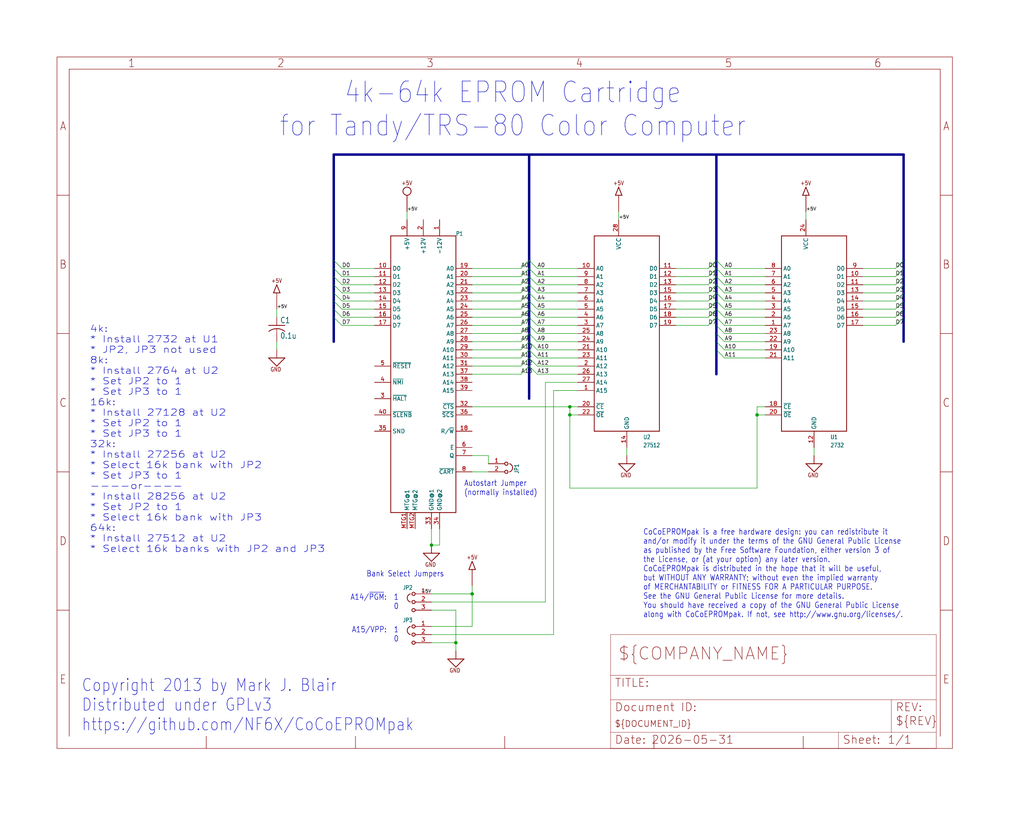
<source format=kicad_sch>
(kicad_sch (version 20230121) (generator eeschema)
  (paper "User" 319.507 254.127)
  (lib_symbols
    (symbol "CoCoEPROMpak-eagle-import:+5V_ARROW" (power)
      (symbol "+5V_ARROW_1_0"
        (polyline (pts (xy -1.016 0) (xy 1.016 0)) (stroke (width 0.254)))
        (polyline (pts (xy 0 2.54) (xy -1.016 0)) (stroke (width 0.254)))
        (polyline (pts (xy 1.016 0) (xy 0 2.54)) (stroke (width 0.254)))
        (text "+5V" (at -1.778 3.048 0) (effects (font (size 1.27 1.0795)) (justify left bottom)))
        (pin power_in line (at 0 -5.08 90) (length 5.08) (name "+5V") (number "1"))
      )
    )
    (symbol "CoCoEPROMpak-eagle-import:+5V_CIRCLE" (power)
      (symbol "+5V_CIRCLE_1_0"
        (circle (center 0 1.27) (radius 1.27) (stroke (width 0.254)))
        (text "+5V" (at -1.778 3.048 0) (effects (font (size 1.27 1.0795)) (justify left bottom)))
        (pin power_in line (at 0 -5.08 90) (length 5.08) (name "+5V") (number "1"))
      )
    )
    (symbol "CoCoEPROMpak-eagle-import:2732"
      (property "Reference" "U" (at 5.08 -33.02 0))
      (symbol "2732_1_0"
        (polyline (pts (xy -10.16 -30.48) (xy 10.16 -30.48)) (stroke (width 0.254)))
        (polyline (pts (xy -10.16 30.48) (xy -10.16 -30.48)) (stroke (width 0.254)))
        (polyline (pts (xy 10.16 -30.48) (xy 10.16 30.48)) (stroke (width 0.254)))
        (polyline (pts (xy 10.16 30.48) (xy -10.16 30.48)) (stroke (width 0.254)))
        (pin input line (at -15.24 2.54 0) (length 5.08) (name "A7") (number "1"))
        (pin output line (at 15.24 17.78 180) (length 5.08) (name "D1") (number "10"))
        (pin output line (at 15.24 15.24 180) (length 5.08) (name "D2") (number "11"))
        (pin passive line (at 0 -35.56 90) (length 5.08) (name "GND") (number "12"))
        (pin output line (at 15.24 12.7 180) (length 5.08) (name "D3") (number "13"))
        (pin output line (at 15.24 10.16 180) (length 5.08) (name "D4") (number "14"))
        (pin output line (at 15.24 7.62 180) (length 5.08) (name "D5") (number "15"))
        (pin output line (at 15.24 5.08 180) (length 5.08) (name "D6") (number "16"))
        (pin output line (at 15.24 2.54 180) (length 5.08) (name "D7") (number "17"))
        (pin input line (at -15.24 -22.86 0) (length 5.08) (name "~{CE}") (number "18"))
        (pin input line (at -15.24 -5.08 0) (length 5.08) (name "A10") (number "19"))
        (pin input line (at -15.24 5.08 0) (length 5.08) (name "A6") (number "2"))
        (pin input line (at -15.24 -25.4 0) (length 5.08) (name "~{OE}") (number "20"))
        (pin input line (at -15.24 -7.62 0) (length 5.08) (name "A11") (number "21"))
        (pin input line (at -15.24 -2.54 0) (length 5.08) (name "A9") (number "22"))
        (pin input line (at -15.24 0 0) (length 5.08) (name "A8") (number "23"))
        (pin passive line (at -2.54 35.56 270) (length 5.08) (name "VCC") (number "24"))
        (pin input line (at -15.24 7.62 0) (length 5.08) (name "A5") (number "3"))
        (pin input line (at -15.24 10.16 0) (length 5.08) (name "A4") (number "4"))
        (pin input line (at -15.24 12.7 0) (length 5.08) (name "A3") (number "5"))
        (pin input line (at -15.24 15.24 0) (length 5.08) (name "A2") (number "6"))
        (pin input line (at -15.24 17.78 0) (length 5.08) (name "A1") (number "7"))
        (pin input line (at -15.24 20.32 0) (length 5.08) (name "A0") (number "8"))
        (pin output line (at 15.24 20.32 180) (length 5.08) (name "D0") (number "9"))
      )
    )
    (symbol "CoCoEPROMpak-eagle-import:27512"
      (property "Reference" "U" (at 5.08 -33.02 0))
      (symbol "27512_1_0"
        (polyline (pts (xy -10.16 -30.48) (xy 10.16 -30.48)) (stroke (width 0.254)))
        (polyline (pts (xy -10.16 30.48) (xy -10.16 -30.48)) (stroke (width 0.254)))
        (polyline (pts (xy 10.16 -30.48) (xy 10.16 30.48)) (stroke (width 0.254)))
        (polyline (pts (xy 10.16 30.48) (xy -10.16 30.48)) (stroke (width 0.254)))
        (pin input line (at -15.24 -17.78 0) (length 5.08) (name "A15") (number "1"))
        (pin input line (at -15.24 20.32 0) (length 5.08) (name "A0") (number "10"))
        (pin output line (at 15.24 20.32 180) (length 5.08) (name "D0") (number "11"))
        (pin output line (at 15.24 17.78 180) (length 5.08) (name "D1") (number "12"))
        (pin output line (at 15.24 15.24 180) (length 5.08) (name "D2") (number "13"))
        (pin passive line (at 0 -35.56 90) (length 5.08) (name "GND") (number "14"))
        (pin output line (at 15.24 12.7 180) (length 5.08) (name "D3") (number "15"))
        (pin output line (at 15.24 10.16 180) (length 5.08) (name "D4") (number "16"))
        (pin output line (at 15.24 7.62 180) (length 5.08) (name "D5") (number "17"))
        (pin output line (at 15.24 5.08 180) (length 5.08) (name "D6") (number "18"))
        (pin output line (at 15.24 2.54 180) (length 5.08) (name "D7") (number "19"))
        (pin input line (at -15.24 -10.16 0) (length 5.08) (name "A12") (number "2"))
        (pin input line (at -15.24 -22.86 0) (length 5.08) (name "~{CE}") (number "20"))
        (pin input line (at -15.24 -5.08 0) (length 5.08) (name "A10") (number "21"))
        (pin input line (at -15.24 -25.4 0) (length 5.08) (name "~{OE}") (number "22"))
        (pin input line (at -15.24 -7.62 0) (length 5.08) (name "A11") (number "23"))
        (pin input line (at -15.24 -2.54 0) (length 5.08) (name "A9") (number "24"))
        (pin input line (at -15.24 0 0) (length 5.08) (name "A8") (number "25"))
        (pin input line (at -15.24 -12.7 0) (length 5.08) (name "A13") (number "26"))
        (pin input line (at -15.24 -15.24 0) (length 5.08) (name "A14") (number "27"))
        (pin passive line (at -2.54 35.56 270) (length 5.08) (name "VCC") (number "28"))
        (pin input line (at -15.24 2.54 0) (length 5.08) (name "A7") (number "3"))
        (pin input line (at -15.24 5.08 0) (length 5.08) (name "A6") (number "4"))
        (pin input line (at -15.24 7.62 0) (length 5.08) (name "A5") (number "5"))
        (pin input line (at -15.24 10.16 0) (length 5.08) (name "A4") (number "6"))
        (pin input line (at -15.24 12.7 0) (length 5.08) (name "A3") (number "7"))
        (pin input line (at -15.24 15.24 0) (length 5.08) (name "A2") (number "8"))
        (pin input line (at -15.24 17.78 0) (length 5.08) (name "A1") (number "9"))
      )
    )
    (symbol "CoCoEPROMpak-eagle-import:ANSI_A"
      (symbol "ANSI_A_1_0"
        (polyline (pts (xy 0 43.18) (xy 3.81 43.18)))
        (polyline (pts (xy 0 86.36) (xy 3.81 86.36)))
        (polyline (pts (xy 0 129.54) (xy 3.81 129.54)))
        (polyline (pts (xy 0 172.72) (xy 3.81 172.72)))
        (polyline (pts (xy 3.81 3.81) (xy 3.81 212.09)))
        (polyline (pts (xy 46.5667 0) (xy 46.5667 3.81)))
        (polyline (pts (xy 93.1333 0) (xy 93.1333 3.81)))
        (polyline (pts (xy 139.7 0) (xy 139.7 3.81)))
        (polyline (pts (xy 186.2667 0) (xy 186.2667 3.81)))
        (polyline (pts (xy 232.8333 0) (xy 232.8333 3.81)))
        (polyline (pts (xy 275.59 3.81) (xy 275.59 212.09)))
        (polyline (pts (xy 275.59 43.18) (xy 279.4 43.18)))
        (polyline (pts (xy 275.59 86.36) (xy 279.4 86.36)))
        (polyline (pts (xy 275.59 129.54) (xy 279.4 129.54)))
        (polyline (pts (xy 275.59 172.72) (xy 279.4 172.72)))
        (polyline (pts (xy 275.59 212.09) (xy 3.81 212.09)))
        (polyline (pts (xy 0 0) (xy 279.4 0) (xy 279.4 215.9) (xy 0 215.9) (xy 0 0)))
        (text "1" (at 23.2833 213.995 0) (effects (font (size 2.54 2.286))))
        (text "2" (at 69.85 213.995 0) (effects (font (size 2.54 2.286))))
        (text "3" (at 116.4167 213.995 0) (effects (font (size 2.54 2.286))))
        (text "4" (at 162.9833 213.995 0) (effects (font (size 2.54 2.286))))
        (text "5" (at 209.55 213.995 0) (effects (font (size 2.54 2.286))))
        (text "6" (at 256.1167 213.995 0) (effects (font (size 2.54 2.286))))
        (text "A" (at 1.905 194.31 0) (effects (font (size 2.54 2.286))))
        (text "A" (at 277.495 194.31 0) (effects (font (size 2.54 2.286))))
        (text "B" (at 1.905 151.13 0) (effects (font (size 2.54 2.286))))
        (text "B" (at 277.495 151.13 0) (effects (font (size 2.54 2.286))))
        (text "C" (at 1.905 107.95 0) (effects (font (size 2.54 2.286))))
        (text "C" (at 277.495 107.95 0) (effects (font (size 2.54 2.286))))
        (text "D" (at 1.905 64.77 0) (effects (font (size 2.54 2.286))))
        (text "D" (at 277.495 64.77 0) (effects (font (size 2.54 2.286))))
        (text "E" (at 1.905 21.59 0) (effects (font (size 2.54 2.286))))
        (text "E" (at 277.495 21.59 0) (effects (font (size 2.54 2.286))))
      )
      (symbol "ANSI_A_2_0"
        (polyline (pts (xy 0 0) (xy 0 5.08)) (stroke (width 0.1016)))
        (polyline (pts (xy 0 0) (xy 71.12 0)) (stroke (width 0.1016)))
        (polyline (pts (xy 0 5.08) (xy 0 15.24)) (stroke (width 0.1016)))
        (polyline (pts (xy 0 5.08) (xy 71.12 5.08)) (stroke (width 0.1016)))
        (polyline (pts (xy 0 15.24) (xy 0 22.86)) (stroke (width 0.1016)))
        (polyline (pts (xy 0 22.86) (xy 0 35.56)) (stroke (width 0.1016)))
        (polyline (pts (xy 0 22.86) (xy 101.6 22.86)) (stroke (width 0.1016)))
        (polyline (pts (xy 71.12 0) (xy 101.6 0)) (stroke (width 0.1016)))
        (polyline (pts (xy 71.12 5.08) (xy 71.12 0)) (stroke (width 0.1016)))
        (polyline (pts (xy 71.12 5.08) (xy 87.63 5.08)) (stroke (width 0.1016)))
        (polyline (pts (xy 87.63 5.08) (xy 101.6 5.08)) (stroke (width 0.1016)))
        (polyline (pts (xy 87.63 15.24) (xy 0 15.24)) (stroke (width 0.1016)))
        (polyline (pts (xy 87.63 15.24) (xy 87.63 5.08)) (stroke (width 0.1016)))
        (polyline (pts (xy 101.6 5.08) (xy 101.6 0)) (stroke (width 0.1016)))
        (polyline (pts (xy 101.6 15.24) (xy 87.63 15.24)) (stroke (width 0.1016)))
        (polyline (pts (xy 101.6 15.24) (xy 101.6 5.08)) (stroke (width 0.1016)))
        (polyline (pts (xy 101.6 22.86) (xy 101.6 15.24)) (stroke (width 0.1016)))
        (polyline (pts (xy 101.6 35.56) (xy 0 35.56)) (stroke (width 0.1016)))
        (polyline (pts (xy 101.6 35.56) (xy 101.6 22.86)) (stroke (width 0.1016)))
        (text "${#}/${##}" (at 86.36 1.27 0) (effects (font (size 2.54 2.54)) (justify left bottom)))
        (text "${COMPANY_NAME}" (at 2.286 27.432 0) (effects (font (size 3.81 3.81)) (justify left bottom)))
        (text "${CURRENT_DATE}" (at 12.7 1.27 0) (effects (font (size 2.54 2.54)) (justify left bottom)))
        (text "${DOCUMENT_ID}" (at 1.27 6.604 0) (effects (font (size 1.905 1.905)) (justify left bottom)))
        (text "${PROJECTNAME}" (at 17.78 19.05 0) (effects (font (size 2.54 2.54)) (justify left bottom)))
        (text "${REV}" (at 88.9 7.112 0) (effects (font (size 2.54 2.54)) (justify left bottom)))
        (text "Date:" (at 1.27 1.27 0) (effects (font (size 2.54 2.54)) (justify left bottom)))
        (text "Document ID:" (at 1.27 11.43 0) (effects (font (size 2.54 2.54)) (justify left bottom)))
        (text "REV:" (at 88.9 11.43 0) (effects (font (size 2.54 2.54)) (justify left bottom)))
        (text "Sheet:" (at 72.39 1.27 0) (effects (font (size 2.54 2.54)) (justify left bottom)))
        (text "TITLE:" (at 1.27 19.05 0) (effects (font (size 2.54 2.54)) (justify left bottom)))
      )
    )
    (symbol "CoCoEPROMpak-eagle-import:C-US050-025X075"
      (property "Reference" "C" (at 1.016 0.635 0))
      (symbol "C-US050-025X075_1_0"
        (arc (start 0 -1.0161) (mid -1.302 -1.2303) (end -2.4668 -1.8504) (stroke (width 0.254)))
        (polyline (pts (xy -2.54 0) (xy 2.54 0)) (stroke (width 0.254)))
        (polyline (pts (xy 0 -1.016) (xy 0 -2.54)) (stroke (width 0.1524)))
        (arc (start 2.4892 -1.8541) (mid 1.3158 -1.2194) (end 0 -1) (stroke (width 0.254)))
        (pin passive line (at 0 2.54 270) (length 2.54) (name "1") (number "1"))
        (pin passive line (at 0 -5.08 90) (length 2.54) (name "2") (number "2"))
      )
    )
    (symbol "CoCoEPROMpak-eagle-import:COCO-CART"
      (property "Reference" "P" (at 10.16 40.64 0))
      (symbol "COCO-CART_1_0"
        (polyline (pts (xy -10.16 -45.72) (xy -10.16 40.64)) (stroke (width 0.254)))
        (polyline (pts (xy -10.16 40.64) (xy 10.16 40.64)) (stroke (width 0.254)))
        (polyline (pts (xy 10.16 -45.72) (xy -10.16 -45.72)) (stroke (width 0.254)))
        (polyline (pts (xy 10.16 40.64) (xy 10.16 -45.72)) (stroke (width 0.254)))
        (pin passive line (at 5.08 45.72 270) (length 5.08) (name "-12V") (number "1"))
        (pin bidirectional line (at -15.24 30.48 0) (length 5.08) (name "D0") (number "10"))
        (pin bidirectional line (at -15.24 27.94 0) (length 5.08) (name "D1") (number "11"))
        (pin bidirectional line (at -15.24 25.4 0) (length 5.08) (name "D2") (number "12"))
        (pin bidirectional line (at -15.24 22.86 0) (length 5.08) (name "D3") (number "13"))
        (pin bidirectional line (at -15.24 20.32 0) (length 5.08) (name "D4") (number "14"))
        (pin bidirectional line (at -15.24 17.78 0) (length 5.08) (name "D5") (number "15"))
        (pin bidirectional line (at -15.24 15.24 0) (length 5.08) (name "D6") (number "16"))
        (pin bidirectional line (at -15.24 12.7 0) (length 5.08) (name "D7") (number "17"))
        (pin output line (at 15.24 -20.32 180) (length 5.08) (name "R/~{W}") (number "18"))
        (pin output line (at 15.24 30.48 180) (length 5.08) (name "A0") (number "19"))
        (pin passive line (at 0 45.72 270) (length 5.08) (name "+12V") (number "2"))
        (pin output line (at 15.24 27.94 180) (length 5.08) (name "A1") (number "20"))
        (pin output line (at 15.24 25.4 180) (length 5.08) (name "A2") (number "21"))
        (pin output line (at 15.24 22.86 180) (length 5.08) (name "A3") (number "22"))
        (pin output line (at 15.24 20.32 180) (length 5.08) (name "A4") (number "23"))
        (pin output line (at 15.24 17.78 180) (length 5.08) (name "A5") (number "24"))
        (pin output line (at 15.24 15.24 180) (length 5.08) (name "A6") (number "25"))
        (pin output line (at 15.24 12.7 180) (length 5.08) (name "A7") (number "26"))
        (pin output line (at 15.24 10.16 180) (length 5.08) (name "A8") (number "27"))
        (pin output line (at 15.24 7.62 180) (length 5.08) (name "A9") (number "28"))
        (pin output line (at 15.24 5.08 180) (length 5.08) (name "A10") (number "29"))
        (pin bidirectional line (at -15.24 -10.16 0) (length 5.08) (name "~{HALT}") (number "3"))
        (pin output line (at 15.24 2.54 180) (length 5.08) (name "A11") (number "30"))
        (pin output line (at 15.24 0 180) (length 5.08) (name "A12") (number "31"))
        (pin output line (at 15.24 -12.7 180) (length 5.08) (name "~{CTS}") (number "32"))
        (pin passive line (at 2.54 -50.8 90) (length 5.08) (name "GND@1") (number "33"))
        (pin passive line (at 5.08 -50.8 90) (length 5.08) (name "GND@2") (number "34"))
        (pin bidirectional line (at -15.24 -20.32 0) (length 5.08) (name "SND") (number "35"))
        (pin output line (at 15.24 -15.24 180) (length 5.08) (name "~{SCS}") (number "36"))
        (pin output line (at 15.24 -2.54 180) (length 5.08) (name "A13") (number "37"))
        (pin output line (at 15.24 -5.08 180) (length 5.08) (name "A14") (number "38"))
        (pin output line (at 15.24 -7.62 180) (length 5.08) (name "A15") (number "39"))
        (pin bidirectional line (at -15.24 -5.08 0) (length 5.08) (name "~{NMI}") (number "4"))
        (pin input line (at -15.24 -15.24 0) (length 5.08) (name "~{SLENB}") (number "40"))
        (pin bidirectional line (at -15.24 0 0) (length 5.08) (name "~{RESET}") (number "5"))
        (pin output line (at 15.24 -25.4 180) (length 5.08) (name "E") (number "6"))
        (pin output line (at 15.24 -27.94 180) (length 5.08) (name "Q") (number "7"))
        (pin input line (at 15.24 -33.02 180) (length 5.08) (name "~{CART}") (number "8"))
        (pin passive line (at -5.08 45.72 270) (length 5.08) (name "+5V") (number "9"))
        (pin passive line (at -5.08 -50.8 90) (length 5.08) (name "MTG@1") (number "MTG1"))
        (pin passive line (at -2.54 -50.8 90) (length 5.08) (name "MTG@2") (number "MTG2"))
      )
    )
    (symbol "CoCoEPROMpak-eagle-import:GND" (power)
      (symbol "GND_1_0"
        (polyline (pts (xy -2.54 0) (xy 2.54 0)) (stroke (width 0.254)))
        (polyline (pts (xy 0 -2.54) (xy -2.54 0)) (stroke (width 0.254)))
        (polyline (pts (xy 2.54 0) (xy 0 -2.54)) (stroke (width 0.254)))
        (text "GND" (at -2.032 -4.318 0) (effects (font (size 1.27 1.0795)) (justify left bottom)))
        (pin power_in line (at 0 2.54 270) (length 2.54) (name "GND") (number "1"))
      )
    )
    (symbol "CoCoEPROMpak-eagle-import:JP2"
      (property "Reference" "JP" (at 0 3.048 0))
      (symbol "JP2_1_0"
        (circle (center 0 0.508) (radius 0.508) (stroke (width 0.254)))
        (circle (center 2.54 0.508) (radius 0.508) (stroke (width 0.254)))
        (arc (start 2.54 1.524) (mid 1.27 2.4689) (end 0 1.524) (stroke (width 0.254)))
        (pin passive line (at 0 -5.08 90) (length 5.08) (name "1") (number "1"))
        (pin passive line (at 2.54 -5.08 90) (length 5.08) (name "2") (number "2"))
      )
    )
    (symbol "CoCoEPROMpak-eagle-import:JP3"
      (property "Reference" "JP" (at 0 3.048 0))
      (symbol "JP3_1_0"
        (circle (center 0 0.508) (radius 0.508) (stroke (width 0.254)))
        (circle (center 2.54 0.508) (radius 0.508) (stroke (width 0.254)))
        (arc (start 2.54 1.524) (mid 1.27 2.4689) (end 0 1.524) (stroke (width 0.254)))
        (circle (center 5.08 0.508) (radius 0.508) (stroke (width 0.254)))
        (pin passive line (at 0 -5.08 90) (length 5.08) (name "1") (number "1"))
        (pin passive line (at 2.54 -5.08 90) (length 5.08) (name "2") (number "2"))
        (pin passive line (at 5.08 -5.08 90) (length 5.08) (name "3") (number "3"))
      )
    )
  )
  (junction (at 147.32 185.42))
  (junction (at 142.24 200.66))
  (junction (at 236.22 129.54))
  (junction (at 177.8 129.54))
  (junction (at 177.8 127))
  (junction (at 134.62 170.18))
  (bus_entry (at 220.98 88.9) (size 2.54 -2.54))
  (bus_entry (at 167.64 116.84) (size -2.54 -2.54))
  (bus_entry (at 220.98 83.82) (size 2.54 -2.54))
  (bus_entry (at 226.06 109.22) (size -2.54 -2.54))
  (bus_entry (at 226.06 93.98) (size -2.54 -2.54))
  (bus_entry (at 167.64 111.76) (size -2.54 -2.54))
  (bus_entry (at 226.06 106.68) (size -2.54 -2.54))
  (bus_entry (at 279.4 86.36) (size 2.54 -2.54))
  (bus_entry (at 279.4 88.9) (size 2.54 -2.54))
  (bus_entry (at 106.68 83.82) (size -2.54 -2.54))
  (bus_entry (at 167.64 83.82) (size -2.54 -2.54))
  (bus_entry (at 162.56 86.36) (size 2.54 -2.54))
  (bus_entry (at 106.68 93.98) (size -2.54 -2.54))
  (bus_entry (at 106.68 101.6) (size -2.54 -2.54))
  (bus_entry (at 220.98 86.36) (size 2.54 -2.54))
  (bus_entry (at 106.68 91.44) (size -2.54 -2.54))
  (bus_entry (at 279.4 96.52) (size 2.54 -2.54))
  (bus_entry (at 162.56 109.22) (size 2.54 -2.54))
  (bus_entry (at 167.64 104.14) (size -2.54 -2.54))
  (bus_entry (at 162.56 106.68) (size 2.54 -2.54))
  (bus_entry (at 167.64 93.98) (size -2.54 -2.54))
  (bus_entry (at 226.06 101.6) (size -2.54 -2.54))
  (bus_entry (at 226.06 91.44) (size -2.54 -2.54))
  (bus_entry (at 220.98 96.52) (size 2.54 -2.54))
  (bus_entry (at 220.98 93.98) (size 2.54 -2.54))
  (bus_entry (at 162.56 91.44) (size 2.54 -2.54))
  (bus_entry (at 279.4 101.6) (size 2.54 -2.54))
  (bus_entry (at 226.06 83.82) (size -2.54 -2.54))
  (bus_entry (at 226.06 86.36) (size -2.54 -2.54))
  (bus_entry (at 279.4 91.44) (size 2.54 -2.54))
  (bus_entry (at 279.4 99.06) (size 2.54 -2.54))
  (bus_entry (at 226.06 99.06) (size -2.54 -2.54))
  (bus_entry (at 162.56 99.06) (size 2.54 -2.54))
  (bus_entry (at 167.64 101.6) (size -2.54 -2.54))
  (bus_entry (at 279.4 93.98) (size 2.54 -2.54))
  (bus_entry (at 226.06 96.52) (size -2.54 -2.54))
  (bus_entry (at 162.56 111.76) (size 2.54 -2.54))
  (bus_entry (at 162.56 114.3) (size 2.54 -2.54))
  (bus_entry (at 106.68 86.36) (size -2.54 -2.54))
  (bus_entry (at 226.06 104.14) (size -2.54 -2.54))
  (bus_entry (at 162.56 96.52) (size 2.54 -2.54))
  (bus_entry (at 167.64 88.9) (size -2.54 -2.54))
  (bus_entry (at 106.68 96.52) (size -2.54 -2.54))
  (bus_entry (at 162.56 116.84) (size 2.54 -2.54))
  (bus_entry (at 167.64 96.52) (size -2.54 -2.54))
  (bus_entry (at 226.06 111.76) (size -2.54 -2.54))
  (bus_entry (at 167.64 91.44) (size -2.54 -2.54))
  (bus_entry (at 220.98 101.6) (size 2.54 -2.54))
  (bus_entry (at 162.56 88.9) (size 2.54 -2.54))
  (bus_entry (at 162.56 83.82) (size 2.54 -2.54))
  (bus_entry (at 162.56 101.6) (size 2.54 -2.54))
  (bus_entry (at 220.98 91.44) (size 2.54 -2.54))
  (bus_entry (at 226.06 88.9) (size -2.54 -2.54))
  (bus_entry (at 167.64 86.36) (size -2.54 -2.54))
  (bus_entry (at 162.56 93.98) (size 2.54 -2.54))
  (bus_entry (at 220.98 99.06) (size 2.54 -2.54))
  (bus_entry (at 279.4 83.82) (size 2.54 -2.54))
  (bus_entry (at 167.64 109.22) (size -2.54 -2.54))
  (bus_entry (at 167.64 99.06) (size -2.54 -2.54))
  (bus_entry (at 167.64 106.68) (size -2.54 -2.54))
  (bus_entry (at 106.68 88.9) (size -2.54 -2.54))
  (bus_entry (at 162.56 104.14) (size 2.54 -2.54))
  (bus_entry (at 167.64 114.3) (size -2.54 -2.54))
  (bus_entry (at 106.68 99.06) (size -2.54 -2.54))
  (wire (pts (xy 147.32 147.32) (xy 152.4 147.32)) (stroke (width 0.1524)))
  (bus (pts (xy 165.1 114.3) (xy 165.1 124.46)) (stroke (width 0.762)))
  (wire (pts (xy 142.24 200.66) (xy 142.24 203.2)) (stroke (width 0.1524)))
  (wire (pts (xy 269.24 91.44) (xy 279.4 91.44)) (stroke (width 0.1524)))
  (wire (pts (xy 172.72 198.12) (xy 172.72 121.92)) (stroke (width 0.1524)))
  (wire (pts (xy 180.34 99.06) (xy 167.64 99.06)) (stroke (width 0.1524)))
  (wire (pts (xy 147.32 111.76) (xy 162.56 111.76)) (stroke (width 0.1524)))
  (bus (pts (xy 223.52 81.28) (xy 223.52 83.82)) (stroke (width 0.762)))
  (wire (pts (xy 195.58 139.7) (xy 195.58 142.24)) (stroke (width 0.1524)))
  (wire (pts (xy 147.32 99.06) (xy 162.56 99.06)) (stroke (width 0.1524)))
  (bus (pts (xy 165.1 101.6) (xy 165.1 104.14)) (stroke (width 0.762)))
  (wire (pts (xy 269.24 93.98) (xy 279.4 93.98)) (stroke (width 0.1524)))
  (bus (pts (xy 104.14 81.28) (xy 104.14 48.26)) (stroke (width 0.762)))
  (wire (pts (xy 238.76 99.06) (xy 226.06 99.06)) (stroke (width 0.1524)))
  (wire (pts (xy 137.16 170.18) (xy 137.16 165.1)) (stroke (width 0.1524)))
  (wire (pts (xy 238.76 91.44) (xy 226.06 91.44)) (stroke (width 0.1524)))
  (bus (pts (xy 281.94 96.52) (xy 281.94 99.06)) (stroke (width 0.762)))
  (bus (pts (xy 165.1 91.44) (xy 165.1 93.98)) (stroke (width 0.762)))
  (wire (pts (xy 210.82 99.06) (xy 220.98 99.06)) (stroke (width 0.1524)))
  (wire (pts (xy 254 139.7) (xy 254 142.24)) (stroke (width 0.1524)))
  (wire (pts (xy 236.22 127) (xy 238.76 127)) (stroke (width 0.1524)))
  (wire (pts (xy 238.76 88.9) (xy 226.06 88.9)) (stroke (width 0.1524)))
  (bus (pts (xy 104.14 106.68) (xy 104.14 99.06)) (stroke (width 0.762)))
  (wire (pts (xy 116.84 99.06) (xy 106.68 99.06)) (stroke (width 0.1524)))
  (bus (pts (xy 104.14 86.36) (xy 104.14 83.82)) (stroke (width 0.762)))
  (wire (pts (xy 236.22 129.54) (xy 236.22 127)) (stroke (width 0.1524)))
  (wire (pts (xy 147.32 195.58) (xy 147.32 185.42)) (stroke (width 0.1524)))
  (wire (pts (xy 180.34 101.6) (xy 167.64 101.6)) (stroke (width 0.1524)))
  (wire (pts (xy 210.82 96.52) (xy 220.98 96.52)) (stroke (width 0.1524)))
  (wire (pts (xy 177.8 152.4) (xy 236.22 152.4)) (stroke (width 0.1524)))
  (wire (pts (xy 177.8 129.54) (xy 177.8 127)) (stroke (width 0.1524)))
  (wire (pts (xy 147.32 96.52) (xy 162.56 96.52)) (stroke (width 0.1524)))
  (wire (pts (xy 116.84 83.82) (xy 106.68 83.82)) (stroke (width 0.1524)))
  (bus (pts (xy 281.94 99.06) (xy 281.94 106.68)) (stroke (width 0.762)))
  (wire (pts (xy 269.24 96.52) (xy 279.4 96.52)) (stroke (width 0.1524)))
  (wire (pts (xy 177.8 129.54) (xy 177.8 152.4)) (stroke (width 0.1524)))
  (wire (pts (xy 147.32 106.68) (xy 162.56 106.68)) (stroke (width 0.1524)))
  (bus (pts (xy 104.14 96.52) (xy 104.14 93.98)) (stroke (width 0.762)))
  (bus (pts (xy 165.1 99.06) (xy 165.1 101.6)) (stroke (width 0.762)))
  (wire (pts (xy 269.24 88.9) (xy 279.4 88.9)) (stroke (width 0.1524)))
  (wire (pts (xy 210.82 88.9) (xy 220.98 88.9)) (stroke (width 0.1524)))
  (wire (pts (xy 147.32 185.42) (xy 147.32 182.88)) (stroke (width 0.1524)))
  (wire (pts (xy 210.82 83.82) (xy 220.98 83.82)) (stroke (width 0.1524)))
  (bus (pts (xy 165.1 48.26) (xy 165.1 81.28)) (stroke (width 0.762)))
  (bus (pts (xy 165.1 93.98) (xy 165.1 96.52)) (stroke (width 0.762)))
  (bus (pts (xy 165.1 109.22) (xy 165.1 111.76)) (stroke (width 0.762)))
  (bus (pts (xy 104.14 99.06) (xy 104.14 96.52)) (stroke (width 0.762)))
  (bus (pts (xy 281.94 93.98) (xy 281.94 96.52)) (stroke (width 0.762)))
  (wire (pts (xy 180.34 116.84) (xy 167.64 116.84)) (stroke (width 0.1524)))
  (wire (pts (xy 180.34 96.52) (xy 167.64 96.52)) (stroke (width 0.1524)))
  (bus (pts (xy 165.1 81.28) (xy 165.1 83.82)) (stroke (width 0.762)))
  (bus (pts (xy 281.94 91.44) (xy 281.94 93.98)) (stroke (width 0.762)))
  (bus (pts (xy 223.52 96.52) (xy 223.52 99.06)) (stroke (width 0.762)))
  (wire (pts (xy 147.32 104.14) (xy 162.56 104.14)) (stroke (width 0.1524)))
  (bus (pts (xy 165.1 48.26) (xy 223.52 48.26)) (stroke (width 0.762)))
  (wire (pts (xy 180.34 129.54) (xy 177.8 129.54)) (stroke (width 0.1524)))
  (bus (pts (xy 223.52 99.06) (xy 223.52 101.6)) (stroke (width 0.762)))
  (wire (pts (xy 210.82 93.98) (xy 220.98 93.98)) (stroke (width 0.1524)))
  (wire (pts (xy 134.62 198.12) (xy 172.72 198.12)) (stroke (width 0.1524)))
  (wire (pts (xy 147.32 91.44) (xy 162.56 91.44)) (stroke (width 0.1524)))
  (bus (pts (xy 281.94 83.82) (xy 281.94 86.36)) (stroke (width 0.762)))
  (bus (pts (xy 165.1 83.82) (xy 165.1 86.36)) (stroke (width 0.762)))
  (bus (pts (xy 223.52 93.98) (xy 223.52 96.52)) (stroke (width 0.762)))
  (wire (pts (xy 238.76 104.14) (xy 226.06 104.14)) (stroke (width 0.1524)))
  (bus (pts (xy 165.1 88.9) (xy 165.1 91.44)) (stroke (width 0.762)))
  (bus (pts (xy 223.52 104.14) (xy 223.52 106.68)) (stroke (width 0.762)))
  (wire (pts (xy 116.84 101.6) (xy 106.68 101.6)) (stroke (width 0.1524)))
  (wire (pts (xy 269.24 83.82) (xy 279.4 83.82)) (stroke (width 0.1524)))
  (wire (pts (xy 269.24 99.06) (xy 279.4 99.06)) (stroke (width 0.1524)))
  (bus (pts (xy 104.14 48.26) (xy 165.1 48.26)) (stroke (width 0.762)))
  (wire (pts (xy 210.82 101.6) (xy 220.98 101.6)) (stroke (width 0.1524)))
  (wire (pts (xy 147.32 109.22) (xy 162.56 109.22)) (stroke (width 0.1524)))
  (bus (pts (xy 165.1 106.68) (xy 165.1 109.22)) (stroke (width 0.762)))
  (wire (pts (xy 147.32 88.9) (xy 162.56 88.9)) (stroke (width 0.1524)))
  (wire (pts (xy 177.8 127) (xy 180.34 127)) (stroke (width 0.1524)))
  (wire (pts (xy 147.32 93.98) (xy 162.56 93.98)) (stroke (width 0.1524)))
  (wire (pts (xy 147.32 83.82) (xy 162.56 83.82)) (stroke (width 0.1524)))
  (wire (pts (xy 210.82 91.44) (xy 220.98 91.44)) (stroke (width 0.1524)))
  (bus (pts (xy 281.94 86.36) (xy 281.94 88.9)) (stroke (width 0.762)))
  (wire (pts (xy 86.36 96.52) (xy 86.36 99.06)) (stroke (width 0.1524)))
  (wire (pts (xy 86.36 109.22) (xy 86.36 106.68)) (stroke (width 0.1524)))
  (wire (pts (xy 147.32 116.84) (xy 162.56 116.84)) (stroke (width 0.1524)))
  (wire (pts (xy 147.32 86.36) (xy 162.56 86.36)) (stroke (width 0.1524)))
  (wire (pts (xy 170.18 187.96) (xy 170.18 119.38)) (stroke (width 0.1524)))
  (wire (pts (xy 238.76 106.68) (xy 226.06 106.68)) (stroke (width 0.1524)))
  (wire (pts (xy 193.04 68.58) (xy 193.04 66.04)) (stroke (width 0.1524)))
  (wire (pts (xy 180.34 104.14) (xy 167.64 104.14)) (stroke (width 0.1524)))
  (wire (pts (xy 116.84 93.98) (xy 106.68 93.98)) (stroke (width 0.1524)))
  (bus (pts (xy 223.52 83.82) (xy 223.52 86.36)) (stroke (width 0.762)))
  (bus (pts (xy 223.52 86.36) (xy 223.52 88.9)) (stroke (width 0.762)))
  (wire (pts (xy 134.62 170.18) (xy 137.16 170.18)) (stroke (width 0.1524)))
  (wire (pts (xy 116.84 96.52) (xy 106.68 96.52)) (stroke (width 0.1524)))
  (wire (pts (xy 269.24 101.6) (xy 279.4 101.6)) (stroke (width 0.1524)))
  (wire (pts (xy 147.32 142.24) (xy 152.4 142.24)) (stroke (width 0.1524)))
  (bus (pts (xy 104.14 91.44) (xy 104.14 88.9)) (stroke (width 0.762)))
  (wire (pts (xy 134.62 187.96) (xy 170.18 187.96)) (stroke (width 0.1524)))
  (bus (pts (xy 104.14 88.9) (xy 104.14 86.36)) (stroke (width 0.762)))
  (wire (pts (xy 180.34 91.44) (xy 167.64 91.44)) (stroke (width 0.1524)))
  (wire (pts (xy 180.34 88.9) (xy 167.64 88.9)) (stroke (width 0.1524)))
  (wire (pts (xy 180.34 93.98) (xy 167.64 93.98)) (stroke (width 0.1524)))
  (wire (pts (xy 238.76 109.22) (xy 226.06 109.22)) (stroke (width 0.1524)))
  (wire (pts (xy 147.32 114.3) (xy 162.56 114.3)) (stroke (width 0.1524)))
  (bus (pts (xy 165.1 96.52) (xy 165.1 99.06)) (stroke (width 0.762)))
  (wire (pts (xy 238.76 86.36) (xy 226.06 86.36)) (stroke (width 0.1524)))
  (wire (pts (xy 180.34 109.22) (xy 167.64 109.22)) (stroke (width 0.1524)))
  (wire (pts (xy 134.62 190.5) (xy 142.24 190.5)) (stroke (width 0.1524)))
  (wire (pts (xy 147.32 101.6) (xy 162.56 101.6)) (stroke (width 0.1524)))
  (wire (pts (xy 238.76 93.98) (xy 226.06 93.98)) (stroke (width 0.1524)))
  (wire (pts (xy 142.24 190.5) (xy 142.24 200.66)) (stroke (width 0.1524)))
  (wire (pts (xy 134.62 200.66) (xy 142.24 200.66)) (stroke (width 0.1524)))
  (wire (pts (xy 269.24 86.36) (xy 279.4 86.36)) (stroke (width 0.1524)))
  (wire (pts (xy 180.34 111.76) (xy 167.64 111.76)) (stroke (width 0.1524)))
  (wire (pts (xy 238.76 129.54) (xy 236.22 129.54)) (stroke (width 0.1524)))
  (bus (pts (xy 281.94 88.9) (xy 281.94 91.44)) (stroke (width 0.762)))
  (wire (pts (xy 238.76 83.82) (xy 226.06 83.82)) (stroke (width 0.1524)))
  (wire (pts (xy 238.76 111.76) (xy 226.06 111.76)) (stroke (width 0.1524)))
  (wire (pts (xy 251.46 66.04) (xy 251.46 68.58)) (stroke (width 0.1524)))
  (bus (pts (xy 165.1 86.36) (xy 165.1 88.9)) (stroke (width 0.762)))
  (wire (pts (xy 180.34 106.68) (xy 167.64 106.68)) (stroke (width 0.1524)))
  (wire (pts (xy 134.62 195.58) (xy 147.32 195.58)) (stroke (width 0.1524)))
  (bus (pts (xy 223.52 88.9) (xy 223.52 91.44)) (stroke (width 0.762)))
  (bus (pts (xy 281.94 48.26) (xy 281.94 81.28)) (stroke (width 0.762)))
  (bus (pts (xy 165.1 111.76) (xy 165.1 114.3)) (stroke (width 0.762)))
  (wire (pts (xy 170.18 119.38) (xy 180.34 119.38)) (stroke (width 0.1524)))
  (wire (pts (xy 172.72 121.92) (xy 180.34 121.92)) (stroke (width 0.1524)))
  (bus (pts (xy 223.52 91.44) (xy 223.52 93.98)) (stroke (width 0.762)))
  (wire (pts (xy 210.82 86.36) (xy 220.98 86.36)) (stroke (width 0.1524)))
  (bus (pts (xy 281.94 81.28) (xy 281.94 83.82)) (stroke (width 0.762)))
  (bus (pts (xy 223.52 101.6) (xy 223.52 104.14)) (stroke (width 0.762)))
  (bus (pts (xy 104.14 93.98) (xy 104.14 91.44)) (stroke (width 0.762)))
  (wire (pts (xy 152.4 142.24) (xy 152.4 144.78)) (stroke (width 0.1524)))
  (wire (pts (xy 116.84 91.44) (xy 106.68 91.44)) (stroke (width 0.1524)))
  (wire (pts (xy 238.76 96.52) (xy 226.06 96.52)) (stroke (width 0.1524)))
  (bus (pts (xy 223.52 106.68) (xy 223.52 109.22)) (stroke (width 0.762)))
  (bus (pts (xy 223.52 48.26) (xy 281.94 48.26)) (stroke (width 0.762)))
  (bus (pts (xy 223.52 48.26) (xy 223.52 81.28)) (stroke (width 0.762)))
  (bus (pts (xy 104.14 83.82) (xy 104.14 81.28)) (stroke (width 0.762)))
  (wire (pts (xy 116.84 86.36) (xy 106.68 86.36)) (stroke (width 0.1524)))
  (wire (pts (xy 180.34 86.36) (xy 167.64 86.36)) (stroke (width 0.1524)))
  (wire (pts (xy 116.84 88.9) (xy 106.68 88.9)) (stroke (width 0.1524)))
  (bus (pts (xy 223.52 109.22) (xy 223.52 116.84)) (stroke (width 0.762)))
  (wire (pts (xy 147.32 127) (xy 177.8 127)) (stroke (width 0.1524)))
  (wire (pts (xy 134.62 185.42) (xy 147.32 185.42)) (stroke (width 0.1524)))
  (wire (pts (xy 180.34 83.82) (xy 167.64 83.82)) (stroke (width 0.1524)))
  (wire (pts (xy 180.34 114.3) (xy 167.64 114.3)) (stroke (width 0.1524)))
  (wire (pts (xy 127 66.04) (xy 127 68.58)) (stroke (width 0.1524)))
  (wire (pts (xy 238.76 101.6) (xy 226.06 101.6)) (stroke (width 0.1524)))
  (wire (pts (xy 134.62 165.1) (xy 134.62 170.18)) (stroke (width 0.1524)))
  (wire (pts (xy 236.22 152.4) (xy 236.22 129.54)) (stroke (width 0.1524)))
  (bus (pts (xy 165.1 104.14) (xy 165.1 106.68)) (stroke (width 0.762)))
  (text "Bank Select Jumpers" (at 114.3 180.34 0) (effects (font (size 1.778 1.5113)) (justify left bottom)))
  (text "4k-64k EPROM Cartridge\nfor Tandy/TRS-80 Color Computer" (at 160.02 43.18 0) (effects (font (size 6.4516 5.4838)) (justify bottom)))
  (text "Autostart Jumper\n(normally installed)" (at 144.78 154.94 0) (effects (font (size 1.778 1.5113)) (justify left bottom)))
  (text "A14/~{PGM}:  1\n0" (at 124.46 190.5 0) (effects (font (size 1.778 1.5113)) (justify right bottom)))
  (text "A15/VPP:  1\n0" (at 124.46 200.66 0) (effects (font (size 1.778 1.5113)) (justify right bottom)))
  (text "Copyright 2013 by Mark J. Blair\nDistributed under GPLv3\nhttps://github.com/NF6X/CoCoEPROMpak" (at 25.4 228.6 0) (effects (font (size 3.81 3.2385)) (justify left bottom)))
  (text "CoCoEPROMpak is a free hardware design: you can redistribute it\nand/or modify it under the terms of the GNU General Public License\nas published by the Free Software Foundation, either version 3 of\nthe License, or (at your option) any later version.\nCoCoEPROMpak is distributed in the hope that it will be useful,\nbut WITHOUT ANY WARRANTY; without even the implied warranty\nof MERCHANTABILITY or FITNESS FOR A PARTICULAR PURPOSE.\nSee the GNU General Public License for more details.\nYou should have received a copy of the GNU General Public License\nalong with CoCoEPROMpak. If not, see http://www.gnu.org/licenses/." (at 200.66 193.04 0) (effects (font (size 1.778 1.5113)) (justify left bottom)))
  (text "4k:\n* Install 2732 at U1\n* JP2, JP3 not used\n8k:\n* Install 2764 at U2\n* Set JP2 to 1\n* Set JP3 to 1\n16k:\n* Install 27128 at U2\n* Set JP2 to 1\n* Set JP3 to 1\n32k:\n* Install 27256 at U2\n* Select 16k bank with JP2\n* Set JP3 to 1\n----or----\n* Install 28256 at U2\n* Set JP2 to 1\n* Select 16k bank with JP3\n64k:\n* Install 27512 at U2\n* Select 16k banks with JP2 and JP3" (at 27.94 172.72 0) (effects (font (size 2.032 2.54)) (justify left bottom)))
  (label "A7" (at 226.06 101.6 0) (effects (font (size 1.2446 1.2446))))
  (label "A9" (at 162.56 106.68 0) (effects (font (size 1.2446 1.2446))))
  (label "A5" (at 162.56 96.52 0) (effects (font (size 1.2446 1.2446))))
  (label "A11" (at 167.64 111.76 0) (effects (font (size 1.2446 1.2446))))
  (label "A6" (at 162.56 99.06 0) (effects (font (size 1.2446 1.2446))))
  (label "D5" (at 106.68 96.52 0) (effects (font (size 1.2446 1.2446))))
  (label "A6" (at 226.06 99.06 0) (effects (font (size 1.2446 1.2446))))
  (label "A1" (at 226.06 86.36 0) (effects (font (size 1.2446 1.2446))))
  (label "D7" (at 106.68 101.6 0) (effects (font (size 1.2446 1.2446))))
  (label "A13" (at 162.56 116.84 0) (effects (font (size 1.2446 1.2446))))
  (label "D2" (at 220.98 88.9 0) (effects (font (size 1.2446 1.2446))))
  (label "D7" (at 279.4 101.6 0) (effects (font (size 1.2446 1.2446))))
  (label "A6" (at 167.64 99.06 0) (effects (font (size 1.2446 1.2446))))
  (label "D3" (at 220.98 91.44 0) (effects (font (size 1.2446 1.2446))))
  (label "D5" (at 220.98 96.52 0) (effects (font (size 1.2446 1.2446))))
  (label "A5" (at 167.64 96.52 0) (effects (font (size 1.2446 1.2446))))
  (label "A0" (at 226.06 83.82 0) (effects (font (size 1.2446 1.2446))))
  (label "D4" (at 220.98 93.98 0) (effects (font (size 1.2446 1.2446))))
  (label "A11" (at 162.56 111.76 0) (effects (font (size 1.2446 1.2446))))
  (label "A0" (at 162.56 83.82 0) (effects (font (size 1.2446 1.2446))))
  (label "+5V" (at 134.62 185.42 180) (effects (font (size 1.016 1.016))))
  (label "A8" (at 167.64 104.14 0) (effects (font (size 1.2446 1.2446))))
  (label "D4" (at 106.68 93.98 0) (effects (font (size 1.2446 1.2446))))
  (label "A12" (at 167.64 114.3 0) (effects (font (size 1.2446 1.2446))))
  (label "D0" (at 279.4 83.82 0) (effects (font (size 1.2446 1.2446))))
  (label "+5V" (at 86.36 96.52 0) (effects (font (size 1.016 1.016))))
  (label "D0" (at 220.98 83.82 0) (effects (font (size 1.2446 1.2446))))
  (label "A10" (at 162.56 109.22 0) (effects (font (size 1.2446 1.2446))))
  (label "D5" (at 279.4 96.52 0) (effects (font (size 1.2446 1.2446))))
  (label "D3" (at 106.68 91.44 0) (effects (font (size 1.2446 1.2446))))
  (label "A9" (at 226.06 106.68 0) (effects (font (size 1.2446 1.2446))))
  (label "A7" (at 162.56 101.6 0) (effects (font (size 1.2446 1.2446))))
  (label "D2" (at 106.68 88.9 0) (effects (font (size 1.2446 1.2446))))
  (label "A4" (at 162.56 93.98 0) (effects (font (size 1.2446 1.2446))))
  (label "A4" (at 167.64 93.98 0) (effects (font (size 1.2446 1.2446))))
  (label "A5" (at 226.06 96.52 0) (effects (font (size 1.2446 1.2446))))
  (label "D4" (at 279.4 93.98 0) (effects (font (size 1.2446 1.2446))))
  (label "D1" (at 220.98 86.36 0) (effects (font (size 1.2446 1.2446))))
  (label "D6" (at 220.98 99.06 0) (effects (font (size 1.2446 1.2446))))
  (label "D6" (at 279.4 99.06 0) (effects (font (size 1.2446 1.2446))))
  (label "A10" (at 167.64 109.22 0) (effects (font (size 1.2446 1.2446))))
  (label "A13" (at 167.64 116.84 0) (effects (font (size 1.2446 1.2446))))
  (label "+5V" (at 193.04 68.58 0) (effects (font (size 1.016 1.016))))
  (label "A11" (at 226.06 111.76 0) (effects (font (size 1.2446 1.2446))))
  (label "A1" (at 162.56 86.36 0) (effects (font (size 1.2446 1.2446))))
  (label "A2" (at 167.64 88.9 0) (effects (font (size 1.2446 1.2446))))
  (label "A8" (at 226.06 104.14 0) (effects (font (size 1.2446 1.2446))))
  (label "D0" (at 106.68 83.82 0) (effects (font (size 1.2446 1.2446))))
  (label "D2" (at 279.4 88.9 0) (effects (font (size 1.2446 1.2446))))
  (label "D3" (at 279.4 91.44 0) (effects (font (size 1.2446 1.2446))))
  (label "A2" (at 226.06 88.9 0) (effects (font (size 1.2446 1.2446))))
  (label "A10" (at 226.06 109.22 0) (effects (font (size 1.2446 1.2446))))
  (label "A2" (at 162.56 88.9 0) (effects (font (size 1.2446 1.2446))))
  (label "A0" (at 167.64 83.82 0) (effects (font (size 1.2446 1.2446))))
  (label "D1" (at 279.4 86.36 0) (effects (font (size 1.2446 1.2446))))
  (label "A3" (at 167.64 91.44 0) (effects (font (size 1.2446 1.2446))))
  (label "D7" (at 220.98 101.6 0) (effects (font (size 1.2446 1.2446))))
  (label "A8" (at 162.56 104.14 0) (effects (font (size 1.2446 1.2446))))
  (label "A1" (at 167.64 86.36 0) (effects (font (size 1.2446 1.2446))))
  (label "D6" (at 106.68 99.06 0) (effects (font (size 1.2446 1.2446))))
  (label "+5V" (at 251.46 66.04 0) (effects (font (size 1.016 1.016))))
  (label "A4" (at 226.06 93.98 0) (effects (font (size 1.2446 1.2446))))
  (label "A7" (at 167.64 101.6 0) (effects (font (size 1.2446 1.2446))))
  (label "A9" (at 167.64 106.68 0) (effects (font (size 1.2446 1.2446))))
  (label "D1" (at 106.68 86.36 0) (effects (font (size 1.2446 1.2446))))
  (label "A3" (at 226.06 91.44 0) (effects (font (size 1.2446 1.2446))))
  (label "A3" (at 162.56 91.44 0) (effects (font (size 1.2446 1.2446))))
  (label "+5V" (at 127 66.04 0) (effects (font (size 1.016 1.016))))
  (label "A12" (at 162.56 114.3 0) (effects (font (size 1.2446 1.2446))))
  (symbol (lib_id "CoCoEPROMpak-eagle-import:ANSI_A") (at 190.5 233.68 0) (unit 2)
    (property "Reference" "#FRAME1" (effects hide))
    (property "Value" "ANSI_A" (effects hide))
  )
  (symbol (lib_id "CoCoEPROMpak-eagle-import:JP2") (at 157.48 144.78 270) (unit 1)
    (property "Reference" "JP1" (at 160.528 144.78 0) (effects (font (size 1.27 1.0795)) (justify left bottom)))
    (property "Value" "JP2" (effects hide))
    (property "Footprint" "Connector_PinHeader_2.54mm:PinHeader_1x02_P2.54mm_Vertical" (effects hide))
  )
  (symbol (lib_id "CoCoEPROMpak-eagle-import:GND") (at 195.58 144.78 0) (unit 1)
    (property "Reference" "#U$06" (effects hide))
    (property "Value" "GND" (effects hide))
  )
  (symbol (lib_id "CoCoEPROMpak-eagle-import:27512") (at 195.58 104.14 0) (unit 1)
    (property "Reference" "U2" (at 200.66 137.16 0) (effects (font (size 1.27 1.0795)) (justify left bottom)))
    (property "Value" "27512" (at 200.66 139.7 0) (effects (font (size 1.27 1.0795)) (justify left bottom)))
    (property "Footprint" "Package_DIP:DIP-28_W15.24mm" (effects hide))
  )
  (symbol (lib_id "CoCoEPROMpak-eagle-import:GND") (at 254 144.78 0) (unit 1)
    (property "Reference" "#U$04" (effects hide))
    (property "Value" "GND" (effects hide))
  )
  (symbol (lib_id "CoCoEPROMpak-eagle-import:ANSI_A") (at 17.78 233.68 0) (unit 1)
    (property "Reference" "#FRAME1" (effects hide))
    (property "Value" "ANSI_A" (effects hide))
  )
  (symbol (lib_id "CoCoEPROMpak-eagle-import:+5V_ARROW") (at 147.32 177.8 0) (unit 1)
    (property "Reference" "#U$09" (effects hide))
    (property "Value" "+5V_ARROW" (effects hide))
  )
  (symbol (lib_id "CoCoEPROMpak-eagle-import:+5V_ARROW") (at 86.36 91.44 0) (unit 1)
    (property "Reference" "#U$07" (effects hide))
    (property "Value" "+5V_ARROW" (effects hide))
  )
  (symbol (lib_id "CoCoEPROMpak-eagle-import:JP3") (at 129.54 195.58 90) (mirror x) (unit 1)
    (property "Reference" "JP3" (at 128.778 194.31 90) (effects (font (size 1.27 1.0795)) (justify left bottom)))
    (property "Value" "JP3" (effects hide))
    (property "Footprint" "Connector_PinHeader_2.54mm:PinHeader_1x03_P2.54mm_Vertical" (effects hide))
  )
  (symbol (lib_id "CoCoEPROMpak-eagle-import:2732") (at 254 104.14 0) (unit 1)
    (property "Reference" "U1" (at 259.08 137.16 0) (effects (font (size 1.27 1.0795)) (justify left bottom)))
    (property "Value" "2732" (at 259.08 139.7 0) (effects (font (size 1.27 1.0795)) (justify left bottom)))
    (property "Footprint" "CoCoEPROMpak:DIL24" (effects hide))
  )
  (symbol (lib_id "CoCoEPROMpak-eagle-import:GND") (at 142.24 205.74 0) (unit 1)
    (property "Reference" "#U$010" (effects hide))
    (property "Value" "GND" (effects hide))
  )
  (symbol (lib_id "CoCoEPROMpak-eagle-import:COCO-CART") (at 132.08 114.3 0) (unit 1)
    (property "Reference" "P1" (at 142.24 73.66 0) (effects (font (size 1.27 1.0795)) (justify left bottom)))
    (property "Value" "COCO-CART" (effects hide))
    (property "Footprint" "CoCoEPROMpak:COCO-CART-2.1X1.75" (effects hide))
  )
  (symbol (lib_id "CoCoEPROMpak-eagle-import:JP3") (at 129.54 185.42 90) (mirror x) (unit 1)
    (property "Reference" "JP2" (at 128.778 184.15 90) (effects (font (size 1.27 1.0795)) (justify left bottom)))
    (property "Value" "JP3" (effects hide))
    (property "Footprint" "Connector_PinHeader_2.54mm:PinHeader_1x03_P2.54mm_Vertical" (effects hide))
  )
  (symbol (lib_id "CoCoEPROMpak-eagle-import:GND") (at 134.62 172.72 0) (unit 1)
    (property "Reference" "#U$03" (effects hide))
    (property "Value" "GND" (effects hide))
  )
  (symbol (lib_id "CoCoEPROMpak-eagle-import:+5V_CIRCLE") (at 127 60.96 0) (unit 1)
    (property "Reference" "#U$02" (effects hide))
    (property "Value" "+5V_CIRCLE" (effects hide))
  )
  (symbol (lib_id "CoCoEPROMpak-eagle-import:+5V_ARROW") (at 251.46 60.96 0) (unit 1)
    (property "Reference" "#U$05" (effects hide))
    (property "Value" "+5V_ARROW" (effects hide))
  )
  (symbol (lib_id "CoCoEPROMpak-eagle-import:+5V_ARROW") (at 193.04 60.96 0) (unit 1)
    (property "Reference" "#U$01" (effects hide))
    (property "Value" "+5V_ARROW" (effects hide))
  )
  (symbol (lib_id "CoCoEPROMpak-eagle-import:GND") (at 86.36 111.76 0) (unit 1)
    (property "Reference" "#U$08" (effects hide))
    (property "Value" "GND" (effects hide))
  )
  (symbol (lib_id "CoCoEPROMpak-eagle-import:C-US050-025X075") (at 86.36 101.6 0) (unit 1)
    (property "Reference" "C1" (at 87.376 100.965 0) (effects (font (size 1.778 1.5113)) (justify left bottom)))
    (property "Value" "0.1u" (at 87.376 105.791 0) (effects (font (size 1.778 1.5113)) (justify left bottom)))
    (property "Footprint" "Capacitor_THT:C_Disc_D5.0mm_W2.5mm_P5.00mm" (effects hide))
  )
)
</source>
